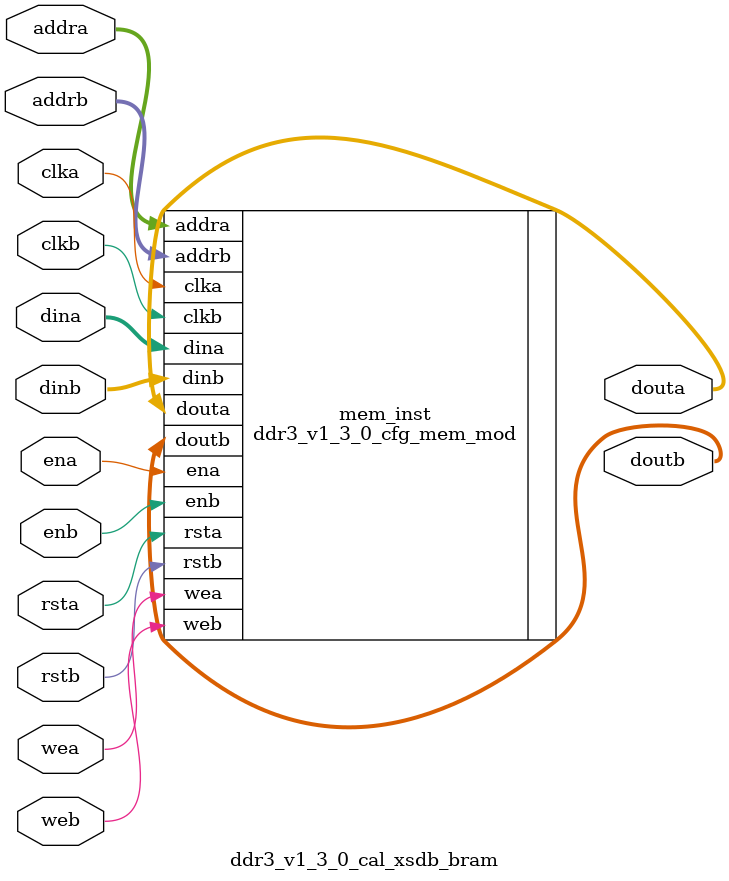
<source format=sv>
/******************************************************************************
// (c) Copyright 2013 - 2014 Xilinx, Inc. All rights reserved.
//
// This file contains confidential and proprietary information
// of Xilinx, Inc. and is protected under U.S. and
// international copyright and other intellectual property
// laws.
//
// DISCLAIMER
// This disclaimer is not a license and does not grant any
// rights to the materials distributed herewith. Except as
// otherwise provided in a valid license issued to you by
// Xilinx, and to the maximum extent permitted by applicable
// law: (1) THESE MATERIALS ARE MADE AVAILABLE "AS IS" AND
// WITH ALL FAULTS, AND XILINX HEREBY DISCLAIMS ALL WARRANTIES
// AND CONDITIONS, EXPRESS, IMPLIED, OR STATUTORY, INCLUDING
// BUT NOT LIMITED TO WARRANTIES OF MERCHANTABILITY, NON-
// INFRINGEMENT, OR FITNESS FOR ANY PARTICULAR PURPOSE; and
// (2) Xilinx shall not be liable (whether in contract or tort,
// including negligence, or under any other theory of
// liability) for any loss or damage of any kind or nature
// related to, arising under or in connection with these
// materials, including for any direct, or any indirect,
// special, incidental, or consequential loss or damage
// (including loss of data, profits, goodwill, or any type of
// loss or damage suffered as a result of any action brought
// by a third party) even if such damage or loss was
// reasonably foreseeable or Xilinx had been advised of the
// possibility of the same.
//
// CRITICAL APPLICATIONS
// Xilinx products are not designed or intended to be fail-
// safe, or for use in any application requiring fail-safe
// performance, such as life-support or safety devices or
// systems, Class III medical devices, nuclear facilities,
// applications related to the deployment of airbags, or any
// other applications that could lead to death, personal
// injury, or severe property or environmental damage
// (individually and collectively, "Critical
// Applications"). Customer assumes the sole risk and
// liability of any use of Xilinx products in Critical
// Applications, subject only to applicable laws and
// regulations governing limitations on product liability.
//
// THIS COPYRIGHT NOTICE AND DISCLAIMER MUST BE RETAINED AS
// PART OF THIS FILE AT ALL TIMES.
******************************************************************************/
//   ____  ____
//  /   /\/   /
// /___/  \  /    Vendor             : Xilinx
// \   \   \/     Version            : 2.0
//  \   \         Application        : MIG
//  /   /         Filename           : ddr3_v1_3_0_cal_xsdb_bram.sv
// /___/   /\     Date Last Modified : $Date: 2015/04/23 $
// \   \  /  \    Date Created       : Tue May 13 2014
//  \___\/\___\
//
// Device           : UltraScale
// Design Name      : DDR4 SDRAM & DDR3 SDRAM
// Purpose          :
//                   ddr3_v1_3_0_cal_xsdb_bram module
// Reference        :
// Revision History :
//*****************************************************************************
`timescale 1ns / 1ps

(* bram_map="yes" *)

module ddr3_v1_3_0_cal_xsdb_bram
    #(	
    
		parameter       	  MEM                        	  =  "DDR4"
		,parameter       	  DBYTES                     	  =  8 //4
		,parameter            START_ADDRESS                   =  18
		,parameter  		  SPREAD_SHEET_VERSION            =  2
		,parameter            RTL_VERSION                     =  0
		,parameter            MEM_CODE                        =  0
		,parameter  		  MEMORY_TYPE                     =  (MEM == "DDR4") ? 2 : 1
		,parameter            MEMORY_CONFIGURATION            =  1
		,parameter            MEMORY_VOLTAGE                  =  1
        ,parameter            CLKFBOUT_MULT_PLL               =  4
        ,parameter            DIVCLK_DIVIDE_PLL               =  1
        ,parameter            CLKOUT0_DIVIDE_PLL              =  1
        ,parameter            CLKFBOUT_MULT_MMCM              =  4
        ,parameter            DIVCLK_DIVIDE_MMCM              =  1
        ,parameter            CLKOUT0_DIVIDE_MMCM             =  4
		,parameter  		  DQBITS	                      =  64
		,parameter			  NIBBLE                          =  DQBITS/4
		,parameter  		  BITS_PER_BYTE                   =  4 //DQBITS/DBYTES
		,parameter  		  SLOTS                   =  1
		,parameter  		  ABITS                           =  10
		,parameter  		  BABITS                          =  2
		,parameter       	  BGBITS              	          =  2
		,parameter       	  CKEBITS                  		  =  4
		,parameter       	  CSBITS             	          =  4
		,parameter       	  ODTBITS                    	  =  4
		,parameter       	  DRAM_WIDTH                 	  =  8      // # of DQ per DQS
		,parameter       	  RANKS                      	  =  4 // 1      //1, 2, 3, or 4
		,parameter            S_HEIGHT                        =  1
		,parameter       	  nCK_PER_CLK                	  =  1      // # of memory CKs per fabric CLK
        ,parameter            tCK                             =  2000		
		,parameter       	  DM_DBI_SETTING             	  =  7     //// 3bits requried all 7
		,parameter            BISC_EN                         =  0
		,parameter       	  USE_CS_PORT             	      =  1     //// 1 bit
		,parameter            EXTRA_CMD_DELAY                 =  0     //// 1 bit
		,parameter            REG_CTRL_ON                     =  0     // RDIMM register control
		,parameter            CA_MIRROR                       =  0     //// 1 bit
		,parameter       	  DQS_GATE                   	  =  7
		,parameter       	  WRLVL                      	  =  7
		,parameter       	  RDLVL                      	  =  7
		,parameter       	  RDLVL_DBI                       =  7
		,parameter       	  WR_DQS_DQ                  	  =  7
		,parameter       	  WR_DQS_DM_DBI                   =  7
		,parameter            WRITE_LAT                       =  7
		,parameter       	  RDLVL_COMPLEX                   =  3     ///2 bits required all 3
		,parameter       	  WR_DQS_COMPLEX                  =  3     ///2 bits required all 3
		,parameter       	  DQS_TRACKING               	  =  3
		,parameter       	  RD_VREF                    	  =  3
		,parameter       	  RD_VREF_PATTERN                 =  3
		,parameter       	  WR_VREF                    	  =  3
		,parameter       	  WR_VREF_PATTERN                 =  3
		,parameter       	  DQS_SAMPLE_CNT             	  =  127
		,parameter       	  WRLVL_SAMPLE_CNT           	  =  255
		,parameter       	  RDLVL_SAMPLE_CNT           	  =  127
		,parameter       	  COMPLEX_LOOP_CNT           	  =  255
		,parameter       	  IODELAY_QTR_CK_TAP_CNT     	  =  255
		,parameter       	  DEBUG_MESSAGES     	          =  0
		,parameter         	  MR0                     		  =  13'b0000000110000
		,parameter         	  MR1                     		  =  13'b0000100000001 //RTT_NOM=RZQ/4 (60 Ohm)
		,parameter         	  MR2                     		  =  13'b0000000011000
		,parameter         	  MR3                     		  =  13'b0000000000000
		,parameter         	  MR4                     		  =  13'b0000000000000
		,parameter         	  MR5                     		  =  13'b0010000000000
		,parameter         	  MR6                     		  =  13'b0100000000000
		,parameter            ODTWR                           = 16'h0000
		,parameter            ODTRD                           = 16'h0000
		,parameter            SLOT0_CONFIG                    = 0     // all 9 bits
		,parameter            SLOT1_CONFIG                    = 0     // all 9 bits
		,parameter            SLOT0_FUNC_CS                   = 0     // all 9 bits
		,parameter            SLOT1_FUNC_CS                   = 0     // all 9 bits
		,parameter            SLOT0_ODD_CS                    = 0     // all 9 bits
		,parameter            SLOT1_ODD_CS                    = 0     // all 9 bits
		,parameter            DDR4_REG_RC03                   = 0     // all 9 bits
		,parameter            DDR4_REG_RC04                   = 0     // all 9 bits
		,parameter            DDR4_REG_RC05                   = 0     // all 9 bits
		,parameter            DDR4_REG_RC3X                   = 0     // all 9 bits
		
		,parameter         	  MR0_0                   		  =  MR0[8:0]
		,parameter         	  MR0_1                   		  =  {5'b0,MR0[12:9]}
		,parameter         	  MR1_0                   		  =  MR1[8:0]
		,parameter         	  MR1_1                   		  =  {5'b0,MR1[12:9]}
		,parameter         	  MR2_0                   	 	  =  MR2[8:0]
		,parameter         	  MR2_1                   		  =  {5'b0,MR2[12:9]}
		,parameter         	  MR3_0                   		  =  MR3[8:0]
		,parameter         	  MR3_1                   		  =  {5'b0,MR3[12:9]}
		,parameter         	  MR4_0                   		  =  MR4[8:0]
		,parameter         	  MR4_1                   		  =  {5'b0,MR4[12:9]}
		,parameter         	  MR5_0                   		  =  MR5[8:0]
		,parameter         	  MR5_1                   		  =  {5'b0,MR5[12:9]}
		,parameter         	  MR6_0                   		  =  MR6[8:0]
		,parameter         	  MR6_1                   		  =  {5'b0,MR6[12:9]}
  
       ,parameter NUM_BRAMS    = 1
	   ,parameter SIZE         = 36 * 1024 * NUM_BRAMS
    // Specify INITs as 9 bit blocks (256 locations per blockRAM)
       ,parameter ADDR_WIDTH   = 16
	   ,parameter DATA_WIDTH   = 9
       ,parameter PIPELINE_REG = 1 
    )
  (
	
		clka,
		clkb,
		ena,
		enb,
		addra,
		addrb,
		dina,
		dinb,
		douta,
		doutb,
		wea,
		web,
		rsta,
		rstb
);
input clka;
input clkb;
input ena;
input enb;
input [ADDR_WIDTH-1:0]addra;
input [ADDR_WIDTH-1:0]addrb;
input [DATA_WIDTH-1:0]dina;
input [DATA_WIDTH-1:0]dinb;
input wea;
input web;
input rsta;
input rstb;
output reg [DATA_WIDTH-1:0]douta;
output reg [DATA_WIDTH-1:0]doutb;


// Initial values to the BlockRam 0
localparam [8:0] mem0_init_0 = {4'b0,START_ADDRESS[4:0]};
localparam [8:0] mem0_init_1 = 9'b0;
localparam [8:0] mem0_init_2 = 9'b0;
localparam [8:0] mem0_init_3 = {5'b0,SPREAD_SHEET_VERSION[3:0]};
localparam [8:0] mem0_init_4 = {7'b0,MEMORY_TYPE[1:0]};
localparam [8:0] mem0_init_5 = {7'b0,RANKS[1:0]};
localparam [8:0] mem0_init_6 = DBYTES[8:0]; // MAN - repeats DBYTES parameter (may hardwire to BYTES for initial SW compatability)
localparam [8:0] mem0_init_7 = NIBBLE[8:0];
localparam [8:0] mem0_init_8 = BITS_PER_BYTE[8:0];
localparam [8:0] mem0_init_9 = 9'b0;
localparam [8:0] mem0_init_10 = 9'b0;
localparam [8:0] mem0_init_11 = 9'b0;
localparam [8:0] mem0_init_12 = SLOTS;
localparam [8:0] mem0_init_13 = 9'b0;
localparam [8:0] mem0_init_14 = 9'b0;
localparam [8:0] mem0_init_15 = 9'b0;
localparam [8:0] mem0_init_16 = 9'b0;
localparam [8:0] mem0_init_17 = 9'b0;
localparam [8:0] mem0_init_18 = RTL_VERSION[8:0];
localparam [8:0] mem0_init_19 = 9'b0;
localparam [8:0] mem0_init_20 = NUM_BRAMS[8:0];
localparam [8:0] mem0_init_21 = {BGBITS[1:0],BABITS[1:0],ABITS[4:0]};
localparam [8:0] mem0_init_22 = {ODTBITS[2:0],CSBITS[2:0],CKEBITS[2:0]};
localparam [8:0] mem0_init_23 = DBYTES[8:0];
localparam [8:0] mem0_init_24 = DRAM_WIDTH[8:0];
localparam [8:0] mem0_init_25 = {CA_MIRROR[0],REG_CTRL_ON[0],EXTRA_CMD_DELAY[0],USE_CS_PORT[0],BISC_EN[0],DM_DBI_SETTING[2:0],nCK_PER_CLK[0]};
localparam [8:0] mem0_init_26 = {RDLVL[2:0],WRLVL[2:0],DQS_GATE[2:0]};
localparam [8:0] mem0_init_27 = {WR_DQS_DM_DBI[2:0],WR_DQS_DQ[2:0],RDLVL_DBI[2:0]};
localparam [8:0] mem0_init_28 = {WR_DQS_COMPLEX[2:0],RDLVL_COMPLEX[2:0],WRITE_LAT[2:0]};
localparam [8:0] mem0_init_29 = {DEBUG_MESSAGES[0],RD_VREF_PATTERN[1:0],WR_VREF_PATTERN[1:0],RD_VREF[1:0],WR_VREF[1:0]};
localparam [8:0] mem0_init_30 = {7'b0,DQS_TRACKING[1:0]};
localparam [8:0] mem0_init_31 = DQS_SAMPLE_CNT[8:0];
localparam [8:0] mem0_init_32 = WRLVL_SAMPLE_CNT[8:0];
localparam [8:0] mem0_init_33 = RDLVL_SAMPLE_CNT[8:0];
localparam [8:0] mem0_init_34 = COMPLEX_LOOP_CNT[8:0];
localparam [8:0] mem0_init_35 = IODELAY_QTR_CK_TAP_CNT[8:0];
localparam [8:0] mem0_init_36 = {5'b0,S_HEIGHT[3:0]};
localparam [8:0] mem0_init_37 = 9'b0;
localparam [8:0] mem0_init_38 = 9'b0;
localparam [8:0] mem0_init_39 = 9'b0;
localparam [8:0] mem0_init_40 = {1'b0, ODTWR[7:0]};
localparam [8:0] mem0_init_41 = {1'b0, ODTWR[15:8]};
localparam [8:0] mem0_init_42 = {1'b0, ODTRD[7:0]};
localparam [8:0] mem0_init_43 = {1'b0, ODTRD[15:8]};
localparam [8:0] mem0_init_44 = SLOT0_CONFIG;
localparam [8:0] mem0_init_45 = SLOT1_CONFIG;
localparam [8:0] mem0_init_46 = SLOT0_FUNC_CS;
localparam [8:0] mem0_init_47 = SLOT1_FUNC_CS;
localparam [8:0] mem0_init_48 = SLOT0_ODD_CS;
localparam [8:0] mem0_init_49 = SLOT1_ODD_CS;
localparam [8:0] mem0_init_50 = DDR4_REG_RC03;
localparam [8:0] mem0_init_51 = DDR4_REG_RC04;
localparam [8:0] mem0_init_52 = DDR4_REG_RC05;
localparam [8:0] mem0_init_53 = DDR4_REG_RC3X;
localparam [8:0] mem0_init_54 = MR0_0[8:0];
localparam [8:0] mem0_init_55 = MR0_1[8:0];
localparam [8:0] mem0_init_56 = MR1_0[8:0];
localparam [8:0] mem0_init_57 = MR1_1[8:0];
localparam [8:0] mem0_init_58 = MR2_0[8:0];
localparam [8:0] mem0_init_59 = MR2_1[8:0];
localparam [8:0] mem0_init_60 = MR3_0[8:0];
localparam [8:0] mem0_init_61 = MR3_1[8:0];
localparam [8:0] mem0_init_62 = MR4_0[8:0];
localparam [8:0] mem0_init_63 = MR4_1[8:0];
localparam [8:0] mem0_init_64 = MR5_0[8:0];
localparam [8:0] mem0_init_65 = MR5_1[8:0];
localparam [8:0] mem0_init_66 = MR6_0[8:0];
localparam [8:0] mem0_init_67 = MR6_1[8:0];
localparam [8:0] mem0_init_68 = 9'b0;
localparam [8:0] mem0_init_69 = tCK[8:0];
localparam [8:0] mem0_init_70 = tCK[16:9];
localparam [8:0] mem0_init_71 = MEMORY_CONFIGURATION[8:0];
localparam [8:0] mem0_init_72 = MEMORY_VOLTAGE[8:0];
localparam [8:0] mem0_init_73 = CLKFBOUT_MULT_PLL[8:0];
localparam [8:0] mem0_init_74 = DIVCLK_DIVIDE_PLL[8:0];
localparam [8:0] mem0_init_75 = CLKFBOUT_MULT_MMCM[8:0];
localparam [8:0] mem0_init_76 = DIVCLK_DIVIDE_MMCM[8:0];
localparam [8:0] mem0_init_77 = 9'b0;
localparam [8:0] mem0_init_78 = 9'b0;
localparam [8:0] mem0_init_79 = 9'b0;
localparam [8:0] mem0_init_80 = 9'b0;
localparam [8:0] mem0_init_81 = 9'b0;
localparam [8:0] mem0_init_82 = 9'b0;
localparam [8:0] mem0_init_83 = 9'b0;
localparam [8:0] mem0_init_84 = 9'b0;
localparam [8:0] mem0_init_85 = 9'b0;
localparam [8:0] mem0_init_86 = 9'b0;
localparam [8:0] mem0_init_87 = 9'b0;
localparam [8:0] mem0_init_88 = 9'b0;
localparam [8:0] mem0_init_89 = 9'b0;
localparam [8:0] mem0_init_90 = 9'b0;
localparam [8:0] mem0_init_91 = 9'b0;
localparam [8:0] mem0_init_92 = 9'b0;
localparam [8:0] mem0_init_93 = 9'b0;
localparam [8:0] mem0_init_94 = 9'b0;
localparam [8:0] mem0_init_95 = 9'b0;
localparam [8:0] mem0_init_96 = 9'b0;
localparam [8:0] mem0_init_97 = 9'b0;
localparam [8:0] mem0_init_98 = 9'b0;
localparam [8:0] mem0_init_99 = 9'b0;
localparam [8:0] mem0_init_100 = 9'b0;
localparam [8:0] mem0_init_101 = 9'b0;
localparam [8:0] mem0_init_102 = 9'b0;
localparam [8:0] mem0_init_103 = 9'b0;
localparam [8:0] mem0_init_104 = 9'b0;
localparam [8:0] mem0_init_105 = 9'b0;
localparam [8:0] mem0_init_106 = 9'b0;
localparam [8:0] mem0_init_107 = 9'b0;
localparam [8:0] mem0_init_108 = 9'b0;
localparam [8:0] mem0_init_109 = 9'b0;
localparam [8:0] mem0_init_110 = 9'b0;
localparam [8:0] mem0_init_111 = 9'b0;
localparam [8:0] mem0_init_112 = 9'b0;
localparam [8:0] mem0_init_113 = 9'b0;
localparam [8:0] mem0_init_114 = 9'b0;
localparam [8:0] mem0_init_115 = 9'b0;
localparam [8:0] mem0_init_116 = 9'b0;
localparam [8:0] mem0_init_117 = 9'b0;
localparam [8:0] mem0_init_118 = 9'b0;
localparam [8:0] mem0_init_119 = 9'b0;
localparam [8:0] mem0_init_120 = 9'b0;
localparam [8:0] mem0_init_121 = 9'b0;
localparam [8:0] mem0_init_122 = 9'b0;
localparam [8:0] mem0_init_123 = 9'b0;
localparam [8:0] mem0_init_124 = 9'b0;
localparam [8:0] mem0_init_125 = 9'b0;
localparam [8:0] mem0_init_126 = 9'b0;
localparam [8:0] mem0_init_127 = 9'b0;
localparam [8:0] mem0_init_128 = 9'b0;
localparam [8:0] mem0_init_129 = 9'b0;
localparam [8:0] mem0_init_130 = 9'b0;
localparam [8:0] mem0_init_131 = 9'b0;
localparam [8:0] mem0_init_132 = 9'b0;
localparam [8:0] mem0_init_133 = 9'b0;
localparam [8:0] mem0_init_134 = 9'b0;
localparam [8:0] mem0_init_135 = 9'b0;
localparam [8:0] mem0_init_136 = 9'b0;
localparam [8:0] mem0_init_137 = 9'b0;
localparam [8:0] mem0_init_138 = 9'b0;
localparam [8:0] mem0_init_139 = 9'b0;
localparam [8:0] mem0_init_140 = 9'b0;
localparam [8:0] mem0_init_141 = 9'b0;
localparam [8:0] mem0_init_142 = 9'b0;
localparam [8:0] mem0_init_143 = 9'b0;
localparam [8:0] mem0_init_144 = 9'b0;
localparam [8:0] mem0_init_145 = 9'b0;
localparam [8:0] mem0_init_146 = 9'b0;
localparam [8:0] mem0_init_147 = 9'b0;
localparam [8:0] mem0_init_148 = 9'b0;
localparam [8:0] mem0_init_149 = 9'b0;
localparam [8:0] mem0_init_150 = 9'b0;
localparam [8:0] mem0_init_151 = 9'b0;
localparam [8:0] mem0_init_152 = 9'b0;
localparam [8:0] mem0_init_153 = 9'b0;
localparam [8:0] mem0_init_154 = 9'b0;
localparam [8:0] mem0_init_155 = 9'b0;
localparam [8:0] mem0_init_156 = 9'b0;
localparam [8:0] mem0_init_157 = 9'b0;
localparam [8:0] mem0_init_158 = 9'b0;
localparam [8:0] mem0_init_159 = 9'b0;
localparam [8:0] mem0_init_160 = 9'b0;
localparam [8:0] mem0_init_161 = 9'b0;
localparam [8:0] mem0_init_162 = 9'b0;
localparam [8:0] mem0_init_163 = 9'b0;
localparam [8:0] mem0_init_164 = 9'b0;
localparam [8:0] mem0_init_165 = 9'b0;
localparam [8:0] mem0_init_166 = 9'b0;
localparam [8:0] mem0_init_167 = 9'b0;
localparam [8:0] mem0_init_168 = 9'b0;
localparam [8:0] mem0_init_169 = 9'b0;
localparam [8:0] mem0_init_170 = 9'b0;
localparam [8:0] mem0_init_171 = 9'b0;
localparam [8:0] mem0_init_172 = 9'b0;
localparam [8:0] mem0_init_173 = 9'b0;
localparam [8:0] mem0_init_174 = 9'b0;
localparam [8:0] mem0_init_175 = 9'b0;
localparam [8:0] mem0_init_176 = 9'b0;
localparam [8:0] mem0_init_177 = 9'b0;
localparam [8:0] mem0_init_178 = 9'b0;
localparam [8:0] mem0_init_179 = 9'b0;
localparam [8:0] mem0_init_180 = 9'b0;
localparam [8:0] mem0_init_181 = 9'b0;
localparam [8:0] mem0_init_182 = 9'b0;
localparam [8:0] mem0_init_183 = 9'b0;
localparam [8:0] mem0_init_184 = 9'b0;
localparam [8:0] mem0_init_185 = 9'b0;
localparam [8:0] mem0_init_186 = 9'b0;
localparam [8:0] mem0_init_187 = 9'b0;
localparam [8:0] mem0_init_188 = 9'b0;
localparam [8:0] mem0_init_189 = 9'b0;
localparam [8:0] mem0_init_190 = 9'b0;
localparam [8:0] mem0_init_191 = 9'b0;
localparam [8:0] mem0_init_192 = 9'b0;
localparam [8:0] mem0_init_193 = 9'b0;
localparam [8:0] mem0_init_194 = 9'b0;
localparam [8:0] mem0_init_195 = 9'b0;
localparam [8:0] mem0_init_196 = 9'b0;
localparam [8:0] mem0_init_197 = 9'b0;
localparam [8:0] mem0_init_198 = 9'b0;
localparam [8:0] mem0_init_199 = 9'b0;
localparam [8:0] mem0_init_200 = 9'b0;
localparam [8:0] mem0_init_201 = 9'b0;
localparam [8:0] mem0_init_202 = 9'b0;
localparam [8:0] mem0_init_203 = 9'b0;
localparam [8:0] mem0_init_204 = 9'b0;
localparam [8:0] mem0_init_205 = 9'b0;
localparam [8:0] mem0_init_206 = 9'b0;
localparam [8:0] mem0_init_207 = 9'b0;
localparam [8:0] mem0_init_208 = 9'b0;
localparam [8:0] mem0_init_209 = 9'b0;
localparam [8:0] mem0_init_210 = 9'b0;
localparam [8:0] mem0_init_211 = 9'b0;
localparam [8:0] mem0_init_212 = 9'b0;
localparam [8:0] mem0_init_213 = 9'b0;
localparam [8:0] mem0_init_214 = 9'b0;
localparam [8:0] mem0_init_215 = 9'b0;
localparam [8:0] mem0_init_216 = 9'b0;
localparam [8:0] mem0_init_217 = 9'b0;
localparam [8:0] mem0_init_218 = 9'b0;
localparam [8:0] mem0_init_219 = 9'b0;
localparam [8:0] mem0_init_220 = 9'b0;
localparam [8:0] mem0_init_221 = 9'b0;
localparam [8:0] mem0_init_222 = 9'b0;
localparam [8:0] mem0_init_223 = 9'b0;
localparam [8:0] mem0_init_224 = 9'b0;
localparam [8:0] mem0_init_225 = 9'b0;
localparam [8:0] mem0_init_226 = 9'b0;
localparam [8:0] mem0_init_227 = 9'b0;
localparam [8:0] mem0_init_228 = 9'b0;
localparam [8:0] mem0_init_229 = 9'b0;
localparam [8:0] mem0_init_230 = 9'b0;
localparam [8:0] mem0_init_231 = 9'b0;
localparam [8:0] mem0_init_232 = 9'b0;
localparam [8:0] mem0_init_233 = 9'b0;
localparam [8:0] mem0_init_234 = 9'b0;
localparam [8:0] mem0_init_235 = 9'b0;
localparam [8:0] mem0_init_236 = 9'b0;
localparam [8:0] mem0_init_237 = 9'b0;
localparam [8:0] mem0_init_238 = 9'b0;
localparam [8:0] mem0_init_239 = 9'b0;
localparam [8:0] mem0_init_240 = 9'b0;
localparam [8:0] mem0_init_241 = 9'b0;
localparam [8:0] mem0_init_242 = 9'b0;
localparam [8:0] mem0_init_243 = 9'b0;
localparam [8:0] mem0_init_244 = 9'b0;
localparam [8:0] mem0_init_245 = 9'b0;
localparam [8:0] mem0_init_246 = 9'b0;
localparam [8:0] mem0_init_247 = 9'b0;
localparam [8:0] mem0_init_248 = 9'b0;
localparam [8:0] mem0_init_249 = 9'b0;
localparam [8:0] mem0_init_250 = 9'b0;
localparam [8:0] mem0_init_251 = 9'b0;
localparam [8:0] mem0_init_252 = 9'b0;
localparam [8:0] mem0_init_253 = 9'b0;
localparam [8:0] mem0_init_254 = 9'b0;
localparam [8:0] mem0_init_255 = 9'b0;

localparam [256*9-1:0] INIT_BRAM0 = {mem0_init_255,mem0_init_254,mem0_init_253,mem0_init_252,mem0_init_251,mem0_init_250,mem0_init_249,mem0_init_248,mem0_init_247,mem0_init_246,mem0_init_245,mem0_init_244,mem0_init_243,mem0_init_242,mem0_init_241,mem0_init_240,mem0_init_239,mem0_init_238,mem0_init_237,mem0_init_236,mem0_init_235,mem0_init_234,mem0_init_233,mem0_init_232,mem0_init_231,mem0_init_230,mem0_init_229,mem0_init_228,mem0_init_227,mem0_init_226,mem0_init_225,mem0_init_224,mem0_init_223,mem0_init_222,mem0_init_221,mem0_init_220,mem0_init_219,mem0_init_218,mem0_init_217,mem0_init_216,mem0_init_215,mem0_init_214,mem0_init_213,mem0_init_212,mem0_init_211,mem0_init_210,mem0_init_209,mem0_init_208,mem0_init_207,mem0_init_206,mem0_init_205,mem0_init_204,mem0_init_203,mem0_init_202,mem0_init_201,mem0_init_200,mem0_init_199,mem0_init_198,mem0_init_197,mem0_init_196,mem0_init_195,mem0_init_194,mem0_init_193,mem0_init_192,mem0_init_191,mem0_init_190,mem0_init_189,mem0_init_188,mem0_init_187,mem0_init_186,mem0_init_185,mem0_init_184,mem0_init_183,mem0_init_182,mem0_init_181,mem0_init_180,mem0_init_179,mem0_init_178,mem0_init_177,mem0_init_176,mem0_init_175,mem0_init_174,mem0_init_173,mem0_init_172,mem0_init_171,mem0_init_170,mem0_init_169,mem0_init_168,mem0_init_167,mem0_init_166,mem0_init_165,mem0_init_164,mem0_init_163,mem0_init_162,mem0_init_161,mem0_init_160,mem0_init_159,mem0_init_158,mem0_init_157,mem0_init_156,mem0_init_155,mem0_init_154,mem0_init_153,mem0_init_152,mem0_init_151,mem0_init_150,mem0_init_149,mem0_init_148,mem0_init_147,mem0_init_146,mem0_init_145,mem0_init_144,mem0_init_143,mem0_init_142,mem0_init_141,mem0_init_140,mem0_init_139,mem0_init_138,mem0_init_137,mem0_init_136,mem0_init_135,mem0_init_134,mem0_init_133,mem0_init_132,mem0_init_131,mem0_init_130,mem0_init_129,mem0_init_128,mem0_init_127,mem0_init_126,mem0_init_125,mem0_init_124,mem0_init_123,mem0_init_122,mem0_init_121,mem0_init_120,mem0_init_119,mem0_init_118,mem0_init_117,mem0_init_116,mem0_init_115,mem0_init_114,mem0_init_113,mem0_init_112,mem0_init_111,mem0_init_110,mem0_init_109,mem0_init_108,mem0_init_107,mem0_init_106,mem0_init_105,mem0_init_104,mem0_init_103,mem0_init_102,mem0_init_101,mem0_init_100,mem0_init_99,mem0_init_98,mem0_init_97,mem0_init_96,mem0_init_95,mem0_init_94,mem0_init_93,mem0_init_92,mem0_init_91,mem0_init_90,mem0_init_89,mem0_init_88,mem0_init_87,mem0_init_86,mem0_init_85,mem0_init_84,mem0_init_83,mem0_init_82,mem0_init_81,mem0_init_80,mem0_init_79,mem0_init_78,mem0_init_77,mem0_init_76,mem0_init_75,mem0_init_74,mem0_init_73,mem0_init_72,mem0_init_71,mem0_init_70,mem0_init_69,mem0_init_68,mem0_init_67,mem0_init_66,mem0_init_65,mem0_init_64,mem0_init_63,mem0_init_62,mem0_init_61,mem0_init_60,mem0_init_59,mem0_init_58,mem0_init_57,mem0_init_56,mem0_init_55,mem0_init_54,mem0_init_53,mem0_init_52,mem0_init_51,mem0_init_50,mem0_init_49,mem0_init_48,mem0_init_47,mem0_init_46,mem0_init_45,mem0_init_44,mem0_init_43,mem0_init_42,mem0_init_41,mem0_init_40,mem0_init_39,mem0_init_38,mem0_init_37,mem0_init_36,mem0_init_35,mem0_init_34,mem0_init_33,mem0_init_32,mem0_init_31,mem0_init_30,mem0_init_29,mem0_init_28,mem0_init_27,mem0_init_26,mem0_init_25,mem0_init_24,mem0_init_23,mem0_init_22,mem0_init_21,mem0_init_20,mem0_init_19,mem0_init_18,mem0_init_17,mem0_init_16,mem0_init_15,mem0_init_14,mem0_init_13,mem0_init_12,mem0_init_11,mem0_init_10,mem0_init_9,mem0_init_8,mem0_init_7,mem0_init_6,mem0_init_5,mem0_init_4,mem0_init_3,mem0_init_2,mem0_init_1,mem0_init_0};

// Populate INIT's for rest of BlockRAMs if required
localparam [256*9*NUM_BRAMS-1:0] INIT = ( NUM_BRAMS == 1 ) ? INIT_BRAM0 : ( NUM_BRAMS == 2 ) ? {2304'b0 ,INIT_BRAM0} : {{2{2304'b0}} ,INIT_BRAM0};

ddr3_v1_3_0_cfg_mem_mod # (
               .SIZE(SIZE),
               .INIT(INIT),
               .ADDR_WIDTH(ADDR_WIDTH),
               .DATA_WIDTH(9),
               .PIPELINE_REG(PIPELINE_REG)
              )
     mem_inst (
                .clka(clka),
                .clkb(clkb),
                .ena(ena),
                .enb(enb),
                .addra(addra),
                .addrb(addrb),
                .dina(dina),
                .dinb(dinb),
                .wea(wea),
                .web(web),
                .rsta(rsta),
                .rstb(rstb),
                .douta(douta),
                .doutb(doutb)
               );

endmodule


</source>
